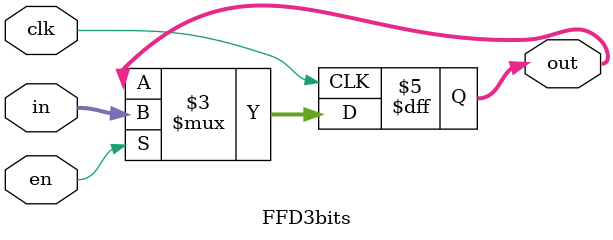
<source format=v>
module FFD3bits(in,en,clk,out);
input [2:0] in; // Data input 
input clk, en; // clock input 
output [2:0] out; // output Q 
reg [2:0] out;
always @(posedge clk) begin
	if(en) begin
		out = in;
	end
end 
endmodule 
</source>
